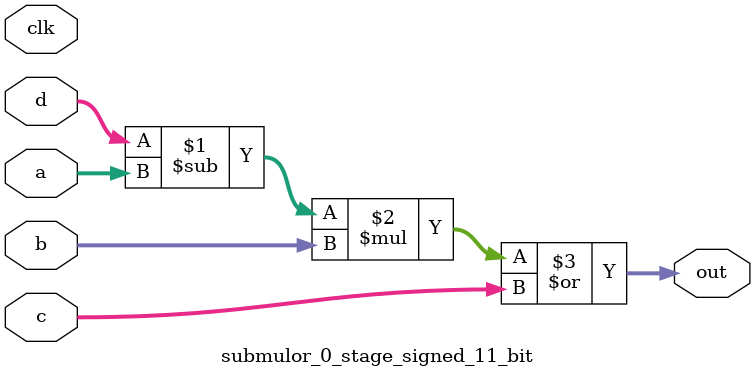
<source format=sv>
(* use_dsp = "yes" *) module submulor_0_stage_signed_11_bit(
	input signed [10:0] a,
	input signed [10:0] b,
	input signed [10:0] c,
	input signed [10:0] d,
	output [10:0] out,
	input clk);

	assign out = ((d - a) * b) | c;
endmodule

</source>
